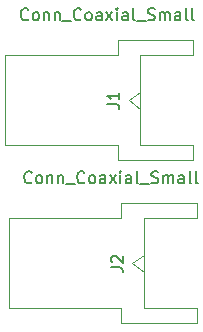
<source format=gbr>
%TF.GenerationSoftware,KiCad,Pcbnew,9.0.0*%
%TF.CreationDate,2025-03-22T15:43:37+01:00*%
%TF.ProjectId,Near-Field Probes,4e656172-2d46-4696-956c-642050726f62,1.0*%
%TF.SameCoordinates,Original*%
%TF.FileFunction,AssemblyDrawing,Top*%
%FSLAX46Y46*%
G04 Gerber Fmt 4.6, Leading zero omitted, Abs format (unit mm)*
G04 Created by KiCad (PCBNEW 9.0.0) date 2025-03-22 15:43:37*
%MOMM*%
%LPD*%
G01*
G04 APERTURE LIST*
%ADD10C,0.150000*%
%ADD11C,0.100000*%
G04 APERTURE END LIST*
D10*
X40709522Y-109759580D02*
X40661903Y-109807200D01*
X40661903Y-109807200D02*
X40519046Y-109854819D01*
X40519046Y-109854819D02*
X40423808Y-109854819D01*
X40423808Y-109854819D02*
X40280951Y-109807200D01*
X40280951Y-109807200D02*
X40185713Y-109711961D01*
X40185713Y-109711961D02*
X40138094Y-109616723D01*
X40138094Y-109616723D02*
X40090475Y-109426247D01*
X40090475Y-109426247D02*
X40090475Y-109283390D01*
X40090475Y-109283390D02*
X40138094Y-109092914D01*
X40138094Y-109092914D02*
X40185713Y-108997676D01*
X40185713Y-108997676D02*
X40280951Y-108902438D01*
X40280951Y-108902438D02*
X40423808Y-108854819D01*
X40423808Y-108854819D02*
X40519046Y-108854819D01*
X40519046Y-108854819D02*
X40661903Y-108902438D01*
X40661903Y-108902438D02*
X40709522Y-108950057D01*
X41280951Y-109854819D02*
X41185713Y-109807200D01*
X41185713Y-109807200D02*
X41138094Y-109759580D01*
X41138094Y-109759580D02*
X41090475Y-109664342D01*
X41090475Y-109664342D02*
X41090475Y-109378628D01*
X41090475Y-109378628D02*
X41138094Y-109283390D01*
X41138094Y-109283390D02*
X41185713Y-109235771D01*
X41185713Y-109235771D02*
X41280951Y-109188152D01*
X41280951Y-109188152D02*
X41423808Y-109188152D01*
X41423808Y-109188152D02*
X41519046Y-109235771D01*
X41519046Y-109235771D02*
X41566665Y-109283390D01*
X41566665Y-109283390D02*
X41614284Y-109378628D01*
X41614284Y-109378628D02*
X41614284Y-109664342D01*
X41614284Y-109664342D02*
X41566665Y-109759580D01*
X41566665Y-109759580D02*
X41519046Y-109807200D01*
X41519046Y-109807200D02*
X41423808Y-109854819D01*
X41423808Y-109854819D02*
X41280951Y-109854819D01*
X42042856Y-109188152D02*
X42042856Y-109854819D01*
X42042856Y-109283390D02*
X42090475Y-109235771D01*
X42090475Y-109235771D02*
X42185713Y-109188152D01*
X42185713Y-109188152D02*
X42328570Y-109188152D01*
X42328570Y-109188152D02*
X42423808Y-109235771D01*
X42423808Y-109235771D02*
X42471427Y-109331009D01*
X42471427Y-109331009D02*
X42471427Y-109854819D01*
X42947618Y-109188152D02*
X42947618Y-109854819D01*
X42947618Y-109283390D02*
X42995237Y-109235771D01*
X42995237Y-109235771D02*
X43090475Y-109188152D01*
X43090475Y-109188152D02*
X43233332Y-109188152D01*
X43233332Y-109188152D02*
X43328570Y-109235771D01*
X43328570Y-109235771D02*
X43376189Y-109331009D01*
X43376189Y-109331009D02*
X43376189Y-109854819D01*
X43614285Y-109950057D02*
X44376189Y-109950057D01*
X45185713Y-109759580D02*
X45138094Y-109807200D01*
X45138094Y-109807200D02*
X44995237Y-109854819D01*
X44995237Y-109854819D02*
X44899999Y-109854819D01*
X44899999Y-109854819D02*
X44757142Y-109807200D01*
X44757142Y-109807200D02*
X44661904Y-109711961D01*
X44661904Y-109711961D02*
X44614285Y-109616723D01*
X44614285Y-109616723D02*
X44566666Y-109426247D01*
X44566666Y-109426247D02*
X44566666Y-109283390D01*
X44566666Y-109283390D02*
X44614285Y-109092914D01*
X44614285Y-109092914D02*
X44661904Y-108997676D01*
X44661904Y-108997676D02*
X44757142Y-108902438D01*
X44757142Y-108902438D02*
X44899999Y-108854819D01*
X44899999Y-108854819D02*
X44995237Y-108854819D01*
X44995237Y-108854819D02*
X45138094Y-108902438D01*
X45138094Y-108902438D02*
X45185713Y-108950057D01*
X45757142Y-109854819D02*
X45661904Y-109807200D01*
X45661904Y-109807200D02*
X45614285Y-109759580D01*
X45614285Y-109759580D02*
X45566666Y-109664342D01*
X45566666Y-109664342D02*
X45566666Y-109378628D01*
X45566666Y-109378628D02*
X45614285Y-109283390D01*
X45614285Y-109283390D02*
X45661904Y-109235771D01*
X45661904Y-109235771D02*
X45757142Y-109188152D01*
X45757142Y-109188152D02*
X45899999Y-109188152D01*
X45899999Y-109188152D02*
X45995237Y-109235771D01*
X45995237Y-109235771D02*
X46042856Y-109283390D01*
X46042856Y-109283390D02*
X46090475Y-109378628D01*
X46090475Y-109378628D02*
X46090475Y-109664342D01*
X46090475Y-109664342D02*
X46042856Y-109759580D01*
X46042856Y-109759580D02*
X45995237Y-109807200D01*
X45995237Y-109807200D02*
X45899999Y-109854819D01*
X45899999Y-109854819D02*
X45757142Y-109854819D01*
X46947618Y-109854819D02*
X46947618Y-109331009D01*
X46947618Y-109331009D02*
X46899999Y-109235771D01*
X46899999Y-109235771D02*
X46804761Y-109188152D01*
X46804761Y-109188152D02*
X46614285Y-109188152D01*
X46614285Y-109188152D02*
X46519047Y-109235771D01*
X46947618Y-109807200D02*
X46852380Y-109854819D01*
X46852380Y-109854819D02*
X46614285Y-109854819D01*
X46614285Y-109854819D02*
X46519047Y-109807200D01*
X46519047Y-109807200D02*
X46471428Y-109711961D01*
X46471428Y-109711961D02*
X46471428Y-109616723D01*
X46471428Y-109616723D02*
X46519047Y-109521485D01*
X46519047Y-109521485D02*
X46614285Y-109473866D01*
X46614285Y-109473866D02*
X46852380Y-109473866D01*
X46852380Y-109473866D02*
X46947618Y-109426247D01*
X47328571Y-109854819D02*
X47852380Y-109188152D01*
X47328571Y-109188152D02*
X47852380Y-109854819D01*
X48233333Y-109854819D02*
X48233333Y-109188152D01*
X48233333Y-108854819D02*
X48185714Y-108902438D01*
X48185714Y-108902438D02*
X48233333Y-108950057D01*
X48233333Y-108950057D02*
X48280952Y-108902438D01*
X48280952Y-108902438D02*
X48233333Y-108854819D01*
X48233333Y-108854819D02*
X48233333Y-108950057D01*
X49138094Y-109854819D02*
X49138094Y-109331009D01*
X49138094Y-109331009D02*
X49090475Y-109235771D01*
X49090475Y-109235771D02*
X48995237Y-109188152D01*
X48995237Y-109188152D02*
X48804761Y-109188152D01*
X48804761Y-109188152D02*
X48709523Y-109235771D01*
X49138094Y-109807200D02*
X49042856Y-109854819D01*
X49042856Y-109854819D02*
X48804761Y-109854819D01*
X48804761Y-109854819D02*
X48709523Y-109807200D01*
X48709523Y-109807200D02*
X48661904Y-109711961D01*
X48661904Y-109711961D02*
X48661904Y-109616723D01*
X48661904Y-109616723D02*
X48709523Y-109521485D01*
X48709523Y-109521485D02*
X48804761Y-109473866D01*
X48804761Y-109473866D02*
X49042856Y-109473866D01*
X49042856Y-109473866D02*
X49138094Y-109426247D01*
X49757142Y-109854819D02*
X49661904Y-109807200D01*
X49661904Y-109807200D02*
X49614285Y-109711961D01*
X49614285Y-109711961D02*
X49614285Y-108854819D01*
X49900000Y-109950057D02*
X50661904Y-109950057D01*
X50852381Y-109807200D02*
X50995238Y-109854819D01*
X50995238Y-109854819D02*
X51233333Y-109854819D01*
X51233333Y-109854819D02*
X51328571Y-109807200D01*
X51328571Y-109807200D02*
X51376190Y-109759580D01*
X51376190Y-109759580D02*
X51423809Y-109664342D01*
X51423809Y-109664342D02*
X51423809Y-109569104D01*
X51423809Y-109569104D02*
X51376190Y-109473866D01*
X51376190Y-109473866D02*
X51328571Y-109426247D01*
X51328571Y-109426247D02*
X51233333Y-109378628D01*
X51233333Y-109378628D02*
X51042857Y-109331009D01*
X51042857Y-109331009D02*
X50947619Y-109283390D01*
X50947619Y-109283390D02*
X50900000Y-109235771D01*
X50900000Y-109235771D02*
X50852381Y-109140533D01*
X50852381Y-109140533D02*
X50852381Y-109045295D01*
X50852381Y-109045295D02*
X50900000Y-108950057D01*
X50900000Y-108950057D02*
X50947619Y-108902438D01*
X50947619Y-108902438D02*
X51042857Y-108854819D01*
X51042857Y-108854819D02*
X51280952Y-108854819D01*
X51280952Y-108854819D02*
X51423809Y-108902438D01*
X51852381Y-109854819D02*
X51852381Y-109188152D01*
X51852381Y-109283390D02*
X51900000Y-109235771D01*
X51900000Y-109235771D02*
X51995238Y-109188152D01*
X51995238Y-109188152D02*
X52138095Y-109188152D01*
X52138095Y-109188152D02*
X52233333Y-109235771D01*
X52233333Y-109235771D02*
X52280952Y-109331009D01*
X52280952Y-109331009D02*
X52280952Y-109854819D01*
X52280952Y-109331009D02*
X52328571Y-109235771D01*
X52328571Y-109235771D02*
X52423809Y-109188152D01*
X52423809Y-109188152D02*
X52566666Y-109188152D01*
X52566666Y-109188152D02*
X52661905Y-109235771D01*
X52661905Y-109235771D02*
X52709524Y-109331009D01*
X52709524Y-109331009D02*
X52709524Y-109854819D01*
X53614285Y-109854819D02*
X53614285Y-109331009D01*
X53614285Y-109331009D02*
X53566666Y-109235771D01*
X53566666Y-109235771D02*
X53471428Y-109188152D01*
X53471428Y-109188152D02*
X53280952Y-109188152D01*
X53280952Y-109188152D02*
X53185714Y-109235771D01*
X53614285Y-109807200D02*
X53519047Y-109854819D01*
X53519047Y-109854819D02*
X53280952Y-109854819D01*
X53280952Y-109854819D02*
X53185714Y-109807200D01*
X53185714Y-109807200D02*
X53138095Y-109711961D01*
X53138095Y-109711961D02*
X53138095Y-109616723D01*
X53138095Y-109616723D02*
X53185714Y-109521485D01*
X53185714Y-109521485D02*
X53280952Y-109473866D01*
X53280952Y-109473866D02*
X53519047Y-109473866D01*
X53519047Y-109473866D02*
X53614285Y-109426247D01*
X54233333Y-109854819D02*
X54138095Y-109807200D01*
X54138095Y-109807200D02*
X54090476Y-109711961D01*
X54090476Y-109711961D02*
X54090476Y-108854819D01*
X54757143Y-109854819D02*
X54661905Y-109807200D01*
X54661905Y-109807200D02*
X54614286Y-109711961D01*
X54614286Y-109711961D02*
X54614286Y-108854819D01*
X47427319Y-116983333D02*
X48141604Y-116983333D01*
X48141604Y-116983333D02*
X48284461Y-117030952D01*
X48284461Y-117030952D02*
X48379700Y-117126190D01*
X48379700Y-117126190D02*
X48427319Y-117269047D01*
X48427319Y-117269047D02*
X48427319Y-117364285D01*
X47522557Y-116554761D02*
X47474938Y-116507142D01*
X47474938Y-116507142D02*
X47427319Y-116411904D01*
X47427319Y-116411904D02*
X47427319Y-116173809D01*
X47427319Y-116173809D02*
X47474938Y-116078571D01*
X47474938Y-116078571D02*
X47522557Y-116030952D01*
X47522557Y-116030952D02*
X47617795Y-115983333D01*
X47617795Y-115983333D02*
X47713033Y-115983333D01*
X47713033Y-115983333D02*
X47855890Y-116030952D01*
X47855890Y-116030952D02*
X48427319Y-116602380D01*
X48427319Y-116602380D02*
X48427319Y-115983333D01*
X40409522Y-95959580D02*
X40361903Y-96007200D01*
X40361903Y-96007200D02*
X40219046Y-96054819D01*
X40219046Y-96054819D02*
X40123808Y-96054819D01*
X40123808Y-96054819D02*
X39980951Y-96007200D01*
X39980951Y-96007200D02*
X39885713Y-95911961D01*
X39885713Y-95911961D02*
X39838094Y-95816723D01*
X39838094Y-95816723D02*
X39790475Y-95626247D01*
X39790475Y-95626247D02*
X39790475Y-95483390D01*
X39790475Y-95483390D02*
X39838094Y-95292914D01*
X39838094Y-95292914D02*
X39885713Y-95197676D01*
X39885713Y-95197676D02*
X39980951Y-95102438D01*
X39980951Y-95102438D02*
X40123808Y-95054819D01*
X40123808Y-95054819D02*
X40219046Y-95054819D01*
X40219046Y-95054819D02*
X40361903Y-95102438D01*
X40361903Y-95102438D02*
X40409522Y-95150057D01*
X40980951Y-96054819D02*
X40885713Y-96007200D01*
X40885713Y-96007200D02*
X40838094Y-95959580D01*
X40838094Y-95959580D02*
X40790475Y-95864342D01*
X40790475Y-95864342D02*
X40790475Y-95578628D01*
X40790475Y-95578628D02*
X40838094Y-95483390D01*
X40838094Y-95483390D02*
X40885713Y-95435771D01*
X40885713Y-95435771D02*
X40980951Y-95388152D01*
X40980951Y-95388152D02*
X41123808Y-95388152D01*
X41123808Y-95388152D02*
X41219046Y-95435771D01*
X41219046Y-95435771D02*
X41266665Y-95483390D01*
X41266665Y-95483390D02*
X41314284Y-95578628D01*
X41314284Y-95578628D02*
X41314284Y-95864342D01*
X41314284Y-95864342D02*
X41266665Y-95959580D01*
X41266665Y-95959580D02*
X41219046Y-96007200D01*
X41219046Y-96007200D02*
X41123808Y-96054819D01*
X41123808Y-96054819D02*
X40980951Y-96054819D01*
X41742856Y-95388152D02*
X41742856Y-96054819D01*
X41742856Y-95483390D02*
X41790475Y-95435771D01*
X41790475Y-95435771D02*
X41885713Y-95388152D01*
X41885713Y-95388152D02*
X42028570Y-95388152D01*
X42028570Y-95388152D02*
X42123808Y-95435771D01*
X42123808Y-95435771D02*
X42171427Y-95531009D01*
X42171427Y-95531009D02*
X42171427Y-96054819D01*
X42647618Y-95388152D02*
X42647618Y-96054819D01*
X42647618Y-95483390D02*
X42695237Y-95435771D01*
X42695237Y-95435771D02*
X42790475Y-95388152D01*
X42790475Y-95388152D02*
X42933332Y-95388152D01*
X42933332Y-95388152D02*
X43028570Y-95435771D01*
X43028570Y-95435771D02*
X43076189Y-95531009D01*
X43076189Y-95531009D02*
X43076189Y-96054819D01*
X43314285Y-96150057D02*
X44076189Y-96150057D01*
X44885713Y-95959580D02*
X44838094Y-96007200D01*
X44838094Y-96007200D02*
X44695237Y-96054819D01*
X44695237Y-96054819D02*
X44599999Y-96054819D01*
X44599999Y-96054819D02*
X44457142Y-96007200D01*
X44457142Y-96007200D02*
X44361904Y-95911961D01*
X44361904Y-95911961D02*
X44314285Y-95816723D01*
X44314285Y-95816723D02*
X44266666Y-95626247D01*
X44266666Y-95626247D02*
X44266666Y-95483390D01*
X44266666Y-95483390D02*
X44314285Y-95292914D01*
X44314285Y-95292914D02*
X44361904Y-95197676D01*
X44361904Y-95197676D02*
X44457142Y-95102438D01*
X44457142Y-95102438D02*
X44599999Y-95054819D01*
X44599999Y-95054819D02*
X44695237Y-95054819D01*
X44695237Y-95054819D02*
X44838094Y-95102438D01*
X44838094Y-95102438D02*
X44885713Y-95150057D01*
X45457142Y-96054819D02*
X45361904Y-96007200D01*
X45361904Y-96007200D02*
X45314285Y-95959580D01*
X45314285Y-95959580D02*
X45266666Y-95864342D01*
X45266666Y-95864342D02*
X45266666Y-95578628D01*
X45266666Y-95578628D02*
X45314285Y-95483390D01*
X45314285Y-95483390D02*
X45361904Y-95435771D01*
X45361904Y-95435771D02*
X45457142Y-95388152D01*
X45457142Y-95388152D02*
X45599999Y-95388152D01*
X45599999Y-95388152D02*
X45695237Y-95435771D01*
X45695237Y-95435771D02*
X45742856Y-95483390D01*
X45742856Y-95483390D02*
X45790475Y-95578628D01*
X45790475Y-95578628D02*
X45790475Y-95864342D01*
X45790475Y-95864342D02*
X45742856Y-95959580D01*
X45742856Y-95959580D02*
X45695237Y-96007200D01*
X45695237Y-96007200D02*
X45599999Y-96054819D01*
X45599999Y-96054819D02*
X45457142Y-96054819D01*
X46647618Y-96054819D02*
X46647618Y-95531009D01*
X46647618Y-95531009D02*
X46599999Y-95435771D01*
X46599999Y-95435771D02*
X46504761Y-95388152D01*
X46504761Y-95388152D02*
X46314285Y-95388152D01*
X46314285Y-95388152D02*
X46219047Y-95435771D01*
X46647618Y-96007200D02*
X46552380Y-96054819D01*
X46552380Y-96054819D02*
X46314285Y-96054819D01*
X46314285Y-96054819D02*
X46219047Y-96007200D01*
X46219047Y-96007200D02*
X46171428Y-95911961D01*
X46171428Y-95911961D02*
X46171428Y-95816723D01*
X46171428Y-95816723D02*
X46219047Y-95721485D01*
X46219047Y-95721485D02*
X46314285Y-95673866D01*
X46314285Y-95673866D02*
X46552380Y-95673866D01*
X46552380Y-95673866D02*
X46647618Y-95626247D01*
X47028571Y-96054819D02*
X47552380Y-95388152D01*
X47028571Y-95388152D02*
X47552380Y-96054819D01*
X47933333Y-96054819D02*
X47933333Y-95388152D01*
X47933333Y-95054819D02*
X47885714Y-95102438D01*
X47885714Y-95102438D02*
X47933333Y-95150057D01*
X47933333Y-95150057D02*
X47980952Y-95102438D01*
X47980952Y-95102438D02*
X47933333Y-95054819D01*
X47933333Y-95054819D02*
X47933333Y-95150057D01*
X48838094Y-96054819D02*
X48838094Y-95531009D01*
X48838094Y-95531009D02*
X48790475Y-95435771D01*
X48790475Y-95435771D02*
X48695237Y-95388152D01*
X48695237Y-95388152D02*
X48504761Y-95388152D01*
X48504761Y-95388152D02*
X48409523Y-95435771D01*
X48838094Y-96007200D02*
X48742856Y-96054819D01*
X48742856Y-96054819D02*
X48504761Y-96054819D01*
X48504761Y-96054819D02*
X48409523Y-96007200D01*
X48409523Y-96007200D02*
X48361904Y-95911961D01*
X48361904Y-95911961D02*
X48361904Y-95816723D01*
X48361904Y-95816723D02*
X48409523Y-95721485D01*
X48409523Y-95721485D02*
X48504761Y-95673866D01*
X48504761Y-95673866D02*
X48742856Y-95673866D01*
X48742856Y-95673866D02*
X48838094Y-95626247D01*
X49457142Y-96054819D02*
X49361904Y-96007200D01*
X49361904Y-96007200D02*
X49314285Y-95911961D01*
X49314285Y-95911961D02*
X49314285Y-95054819D01*
X49600000Y-96150057D02*
X50361904Y-96150057D01*
X50552381Y-96007200D02*
X50695238Y-96054819D01*
X50695238Y-96054819D02*
X50933333Y-96054819D01*
X50933333Y-96054819D02*
X51028571Y-96007200D01*
X51028571Y-96007200D02*
X51076190Y-95959580D01*
X51076190Y-95959580D02*
X51123809Y-95864342D01*
X51123809Y-95864342D02*
X51123809Y-95769104D01*
X51123809Y-95769104D02*
X51076190Y-95673866D01*
X51076190Y-95673866D02*
X51028571Y-95626247D01*
X51028571Y-95626247D02*
X50933333Y-95578628D01*
X50933333Y-95578628D02*
X50742857Y-95531009D01*
X50742857Y-95531009D02*
X50647619Y-95483390D01*
X50647619Y-95483390D02*
X50600000Y-95435771D01*
X50600000Y-95435771D02*
X50552381Y-95340533D01*
X50552381Y-95340533D02*
X50552381Y-95245295D01*
X50552381Y-95245295D02*
X50600000Y-95150057D01*
X50600000Y-95150057D02*
X50647619Y-95102438D01*
X50647619Y-95102438D02*
X50742857Y-95054819D01*
X50742857Y-95054819D02*
X50980952Y-95054819D01*
X50980952Y-95054819D02*
X51123809Y-95102438D01*
X51552381Y-96054819D02*
X51552381Y-95388152D01*
X51552381Y-95483390D02*
X51600000Y-95435771D01*
X51600000Y-95435771D02*
X51695238Y-95388152D01*
X51695238Y-95388152D02*
X51838095Y-95388152D01*
X51838095Y-95388152D02*
X51933333Y-95435771D01*
X51933333Y-95435771D02*
X51980952Y-95531009D01*
X51980952Y-95531009D02*
X51980952Y-96054819D01*
X51980952Y-95531009D02*
X52028571Y-95435771D01*
X52028571Y-95435771D02*
X52123809Y-95388152D01*
X52123809Y-95388152D02*
X52266666Y-95388152D01*
X52266666Y-95388152D02*
X52361905Y-95435771D01*
X52361905Y-95435771D02*
X52409524Y-95531009D01*
X52409524Y-95531009D02*
X52409524Y-96054819D01*
X53314285Y-96054819D02*
X53314285Y-95531009D01*
X53314285Y-95531009D02*
X53266666Y-95435771D01*
X53266666Y-95435771D02*
X53171428Y-95388152D01*
X53171428Y-95388152D02*
X52980952Y-95388152D01*
X52980952Y-95388152D02*
X52885714Y-95435771D01*
X53314285Y-96007200D02*
X53219047Y-96054819D01*
X53219047Y-96054819D02*
X52980952Y-96054819D01*
X52980952Y-96054819D02*
X52885714Y-96007200D01*
X52885714Y-96007200D02*
X52838095Y-95911961D01*
X52838095Y-95911961D02*
X52838095Y-95816723D01*
X52838095Y-95816723D02*
X52885714Y-95721485D01*
X52885714Y-95721485D02*
X52980952Y-95673866D01*
X52980952Y-95673866D02*
X53219047Y-95673866D01*
X53219047Y-95673866D02*
X53314285Y-95626247D01*
X53933333Y-96054819D02*
X53838095Y-96007200D01*
X53838095Y-96007200D02*
X53790476Y-95911961D01*
X53790476Y-95911961D02*
X53790476Y-95054819D01*
X54457143Y-96054819D02*
X54361905Y-96007200D01*
X54361905Y-96007200D02*
X54314286Y-95911961D01*
X54314286Y-95911961D02*
X54314286Y-95054819D01*
X47127319Y-103183333D02*
X47841604Y-103183333D01*
X47841604Y-103183333D02*
X47984461Y-103230952D01*
X47984461Y-103230952D02*
X48079700Y-103326190D01*
X48079700Y-103326190D02*
X48127319Y-103469047D01*
X48127319Y-103469047D02*
X48127319Y-103564285D01*
X48127319Y-102183333D02*
X48127319Y-102754761D01*
X48127319Y-102469047D02*
X47127319Y-102469047D01*
X47127319Y-102469047D02*
X47270176Y-102564285D01*
X47270176Y-102564285D02*
X47365414Y-102659523D01*
X47365414Y-102659523D02*
X47413033Y-102754761D01*
D11*
%TO.C,J2*%
X38792500Y-112840000D02*
X48317500Y-112840000D01*
X38792500Y-120460000D02*
X38792500Y-112840000D01*
X48317500Y-111570000D02*
X48317500Y-112840000D01*
X48317500Y-120460000D02*
X38792500Y-120460000D01*
X48317500Y-120460000D02*
X48317500Y-121730000D01*
X49222500Y-116650000D02*
X50222500Y-115900000D01*
X50222500Y-112840000D02*
X54672500Y-112840000D01*
X50222500Y-117400000D02*
X49222500Y-116650000D01*
X50222500Y-120460000D02*
X50222500Y-112840000D01*
X54672500Y-111570000D02*
X48317500Y-111570000D01*
X54672500Y-112840000D02*
X54672500Y-111570000D01*
X54672500Y-120460000D02*
X50222500Y-120460000D01*
X54672500Y-121730000D02*
X48317500Y-121730000D01*
X54672500Y-121730000D02*
X54672500Y-120460000D01*
%TO.C,J1*%
X38492500Y-99040000D02*
X48017500Y-99040000D01*
X38492500Y-106660000D02*
X38492500Y-99040000D01*
X48017500Y-97770000D02*
X48017500Y-99040000D01*
X48017500Y-106660000D02*
X38492500Y-106660000D01*
X48017500Y-106660000D02*
X48017500Y-107930000D01*
X48922500Y-102850000D02*
X49922500Y-102100000D01*
X49922500Y-99040000D02*
X54372500Y-99040000D01*
X49922500Y-103600000D02*
X48922500Y-102850000D01*
X49922500Y-106660000D02*
X49922500Y-99040000D01*
X54372500Y-97770000D02*
X48017500Y-97770000D01*
X54372500Y-99040000D02*
X54372500Y-97770000D01*
X54372500Y-106660000D02*
X49922500Y-106660000D01*
X54372500Y-107930000D02*
X48017500Y-107930000D01*
X54372500Y-107930000D02*
X54372500Y-106660000D01*
%TD*%
M02*

</source>
